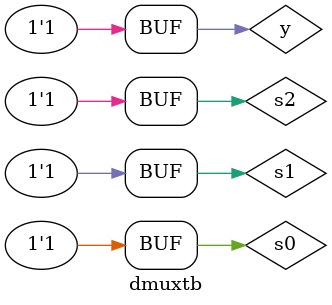
<source format=v>
module dmuxtb;
reg s0,s1,s2,y;
wire y0,y1,y2,y3,y4,y5,y6,y7;
dmux uut(.s0(s0),.s1(s1),.s2(s2),.y(y),.y0(y0),.y1(y1),.y2(y2),.y3(y3),.y4(y4),.y5(y5),.y6(y6),.y7(y7));
initial begin
$dumpfile("dmux.vcd");
$dumpvars;
$monitor ($time,"s0=%b,s1=%b,s2=%b,y=%b,y0=%b,y1=%b,y2=%b,y3=%b,y4=%b,y5=%b,y6=%b,y7=%b",s0,s1,s2,y,y0,y1,y2,y3,y4,y5,y6,y7);
#5 s0=0;s1=1;s2=0;y=1;
#5 s0=0;s1=0;s2=0;y=0;
#5 s0=0;s1=0;s2=1;y=1;
#5 s0=0;s1=1;s2=0;y=0;
#5 s0=0;s1=1;s2=1;y=1;
#5 s0=1;s1=0;s2=0;y=0;
#5 s0=1;s1=0;s2=1;y=1;
#5 s0=1;s1=1;s2=0;y=0;
#5 s0=1;s1=1;s2=1;y=1;
end
endmodule

</source>
